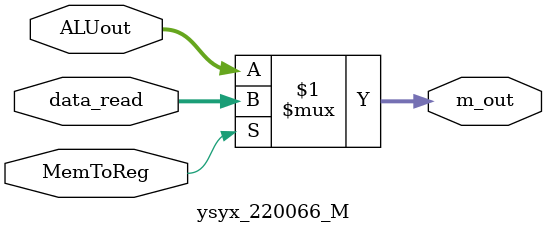
<source format=v>
module ysyx_220066_M (
    input MemToReg,
    input [63:0] ALUout,

    input [63:0] data_read,
    output [63:0] m_out
    );

    assign m_out=MemToReg?data_read:ALUout;

    always @(*) begin
        $display("m_out=%h,ALUout=%h",m_out,ALUout);
    end

endmodule

</source>
